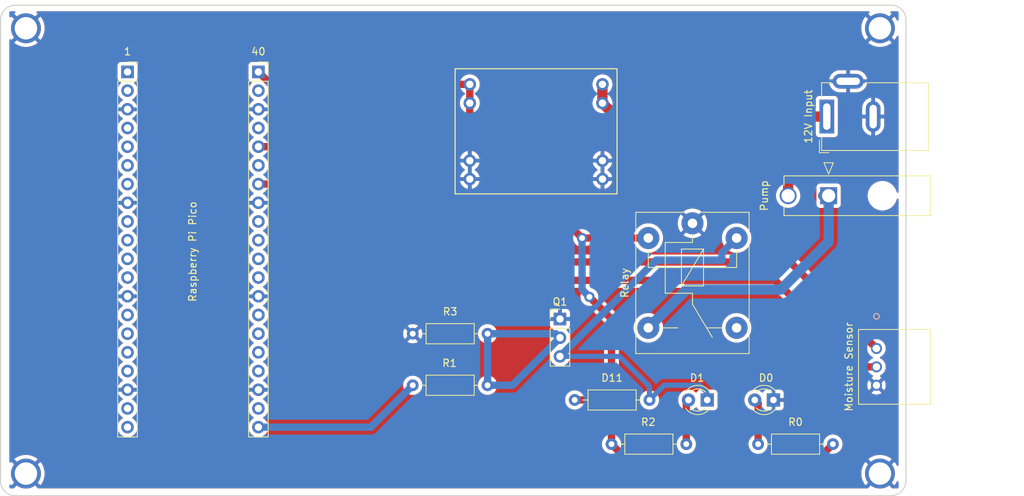
<source format=kicad_pcb>
(kicad_pcb (version 20211014) (generator pcbnew)
  (title_block (title "OPEN SOURCE CARTRIDGE READER") (date "2021-11-15") (rev "V1"))
  (layers (0 "F.Cu" signal) (31 "B.Cu" signal) (34 "B.Paste" user) (35 "F.Paste" user) (36 "B.SilkS" user "B.Silkscreen") (37 "F.SilkS" user "F.Silkscreen") (38 "B.Mask" user) (39 "F.Mask" user) (44 "Edge.Cuts" user))
  (net 0 "")
  (net 1 "GND")
  (net 2 "+3V3")
  (net 3 "+5V")
  (net 4 "GP21")
  (net 5 "GP22")
  (net 6 "ADC2")
  (net 7 "+12V")
  (net 8 "PUMP")
  (net 9 "SIG")
  (net 10 "TRIG")
  (net 11 "LED_PUMP")
  (net 12 "LED_ON")
  (footprint "footprints:S3B-XH-ALFSN" (layer "F.Cu") (at 219 130 -90)
    (fp_text reference "REF**")
    (fp_text value "Moisture Sensor" (at 2.5 3.75 90) (layer "F.SilkS"))
    (fp_text user "*" (at 0 0 90) (layer "F.SilkS"))
    (fp_circle (center -4.357878 0) (end -3.976878 0) (layer "B.SilkS") (width 0.12) (fill none))
    (fp_line (start -2.579878 2.433201) (end 7.580122 2.433201) (layer "F.SilkS") (width 0.12))
    (fp_line (start 7.580122 2.433201) (end 7.580122 -7.327) (layer "F.SilkS") (width 0.12))
    (fp_line (start -2.579878 -7.327) (end -2.579878 2.433201) (layer "F.SilkS") (width 0.12))
    (fp_line (start 7.580122 -7.327) (end -2.579878 -7.327) (layer "F.SilkS") (width 0.12))
    (fp_circle (center -4.357878 0) (end -3.976878 0) (layer "F.SilkS") (width 0.12) (fill none))
    (pad "1" thru_hole circle (at 0 0 270) (size 1.4986 1.4986) (drill 0.9906) (layers *.Cu *.Mask) (net 2 "+3V3"))
    (pad "2" thru_hole circle (at 2.500122 0 270) (size 1.4986 1.4986) (drill 0.9906) (layers *.Cu *.Mask) (net 6 "ADC2"))
    (pad "3" thru_hole circle (at 5.000244 0 270) (size 1.4986 1.4986) (drill 0.9906) (layers *.Cu *.Mask) (net 1 "GND"))
  )
  (footprint "" (layer "F.Cu") (at 163.73 107.24)
    (fp_text reference "" (at 0 0) (layer "F.SilkS") (effects (font (size 1.27 1.27))))
    (fp_text value "" (at 0 0) (layer "F.SilkS") (effects (font (size 1.27 1.27))))
    (pad "OUT-" thru_hole oval (at 0.02 -0.25) (size 1.7 1.7) (drill 1) (layers *.Cu *.Mask) (net 1 "GND"))
  )
  (footprint "" (layer "F.Cu") (at 216.57 147.09)
    (fp_text reference "" (at 0 0) (layer "F.SilkS") (effects (font (size 1.27 1.27))))
    (fp_text value "" (at 0 0) (layer "F.SilkS") (effects (font (size 1.27 1.27))))
    (pad "1" thru_hole circle (at 2.9 -0.09) (size 4.064 4.064) (drill 3.048) (layers *.Cu *.Mask) (net 1 "GND"))
  )
  (footprint "" (layer "F.Cu") (at 103.16 86.5)
    (fp_text reference "" (at 0 0) (layer "F.SilkS") (effects (font (size 1.27 1.27))))
    (fp_text value "" (at 0 0) (layer "F.SilkS") (effects (font (size 1.27 1.27))))
    (pad "1" thru_hole circle locked (at 0.29 0) (size 4.064 4.064) (drill 3.048) (layers *.Cu *.Mask) (net 1 "GND"))
  )
  (footprint "" (layer "F.Cu") (at 181.77 96.67)
    (fp_text reference "" (at 0 0) (layer "F.SilkS") (effects (font (size 1.27 1.27))))
    (fp_text value "" (at 0 0) (layer "F.SilkS") (effects (font (size 1.27 1.27))))
    (pad "IN+" thru_hole oval (at 0 0) (size 1.7 1.7) (drill 1) (layers *.Cu *.Mask) (net 7 "+12V"))
  )
  (footprint "" (layer "F.Cu") (at 163.65 94.2)
    (fp_text reference "" (at 0 0) (layer "F.SilkS") (effects (font (size 1.27 1.27))))
    (fp_text value "" (at 0 0) (layer "F.SilkS") (effects (font (size 1.27 1.27))))
    (pad "OUT+" thru_hole oval (at 0.1 -0.08) (size 1.7 1.7) (drill 1) (layers *.Cu *.Mask) (net 3 "+5V"))
  )
  (footprint "" (layer "F.Cu") (at 102.54 147.46)
    (fp_text reference "" (at 0 0) (layer "F.SilkS") (effects (font (size 1.27 1.27))))
    (fp_text value "" (at 0 0) (layer "F.SilkS") (effects (font (size 1.27 1.27))))
    (pad "1" thru_hole circle (at 0.91 -0.46) (size 4.064 4.064) (drill 3.048) (layers *.Cu *.Mask) (net 1 "GND"))
  )
  (footprint "Resistor_THT:R_Axial_DIN0207_L6.3mm_D2.5mm_P10.16mm_Horizontal" (layer "F.Cu") (at 202.92 143)
    (fp_text reference "R1" hide)
    (fp_text value "1K")
    (fp_line (start 1.81 -1.37) (end 1.81 1.37) (layer "F.SilkS") (width 0.12))
    (fp_line (start 1.81 1.37) (end 8.35 1.37) (layer "F.SilkS") (width 0.12))
    (fp_line (start 1.04 0) (end 1.81 0) (layer "F.SilkS") (width 0.12))
    (fp_line (start 8.35 1.37) (end 8.35 -1.37) (layer "F.SilkS") (width 0.12))
    (fp_line (start 9.12 0) (end 8.35 0) (layer "F.SilkS") (width 0.12))
    (fp_line (start 8.35 -1.37) (end 1.81 -1.37) (layer "F.SilkS") (width 0.12))
    (pad "1" thru_hole circle (at 0 0) (size 1.6 1.6) (drill 0.8) (layers *.Cu *.Mask) (net 12 "LED_ON"))
    (pad "2" thru_hole oval (at 10.16 0) (size 1.6 1.6) (drill 0.8) (layers *.Cu *.Mask) (net 3 "+5V"))
  )
  (footprint "" (layer "F.Cu") (at 181.71 107.31)
    (fp_text reference "" (at 0 0) (layer "F.SilkS") (effects (font (size 1.27 1.27))))
    (fp_text value "" (at 0 0) (layer "F.SilkS") (effects (font (size 1.27 1.27))))
    (pad "IN-" thru_hole oval (at 0.06 -0.32) (size 1.7 1.7) (drill 1) (layers *.Cu *.Mask) (net 1 "GND"))
  )
  (footprint "Connector_PinHeader_2.54mm:PinHeader_1x03_P2.54mm_Vertical" (layer "F.Cu") (at 176 126)
    (fp_text reference "Q1" (at 0 -2.33) (layer "F.SilkS"))
    (fp_text value "PinHeader_1x03_P2.54mm_Vertical")
    (fp_line (start -1.33 1.27) (end -1.33 6.41) (layer "F.SilkS") (width 0.12))
    (fp_line (start 1.33 1.27) (end 1.33 6.41) (layer "F.SilkS") (width 0.12))
    (fp_line (start -1.33 6.41) (end 1.33 6.41) (layer "F.SilkS") (width 0.12))
    (fp_line (start -1.33 0) (end -1.33 -1.33) (layer "F.SilkS") (width 0.12))
    (fp_line (start -1.33 1.27) (end 1.33 1.27) (layer "F.SilkS") (width 0.12))
    (fp_line (start -1.33 -1.33) (end 0 -1.33) (layer "F.SilkS") (width 0.12))
    (pad "B" thru_hole oval (at 0 2.54) (size 1.7 1.7) (drill 1) (layers *.Cu *.Mask) (net 9 "SIG"))
    (pad "C" thru_hole oval (at 0 5.08) (size 1.7 1.7) (drill 1) (layers *.Cu *.Mask) (net 10 "TRIG"))
    (pad "E" thru_hole rect (at 0 0) (size 1.7 1.7) (drill 1) (layers *.Cu *.Mask) (net 1 "GND"))
  )
  (footprint "footprints:1724480002" (layer "F.Cu") (at 212.5 109.25 90)
    (fp_text reference "REF**")
    (fp_text value "Pump" (at 0 -8.75 90) (layer "F.SilkS"))
    (fp_text user "*" (at 0 0 90) (layer "F.SilkS"))
    (fp_line (start 2.699995 13.864999) (end 2.699995 -6.07) (layer "F.SilkS") (width 0.12))
    (fp_line (start -2.699995 13.864999) (end 2.699995 13.864999) (layer "F.SilkS") (width 0.12))
    (fp_line (start -2.699995 -6.07) (end -2.699995 13.864999) (layer "F.SilkS") (width 0.12))
    (fp_line (start 4.477994 -0.635) (end 4.477994 0.635) (layer "F.SilkS") (width 0.12))
    (fp_line (start -1.352278 -6.07) (end -2.699995 -6.07) (layer "F.SilkS") (width 0.12))
    (fp_line (start 4.477994 0.635) (end 2.953995 0) (layer "F.SilkS") (width 0.12))
    (fp_line (start 2.953995 0) (end 4.477994 -0.635) (layer "F.SilkS") (width 0.12))
    (fp_line (start 2.699995 -6.07) (end 1.352278 -6.07) (layer "F.SilkS") (width 0.12))
    (pad "" np_thru_hole circle locked (at 0 7.300001 90) (size 2.999999 2.999999) (drill 2.999999) (layers *.Cu *.Mask))
    (pad "1" thru_hole rect locked (at 0 0 90) (size 2.3 2.3) (drill 1.8) (layers *.Cu *.Mask) (net 8 "PUMP"))
    (pad "2" thru_hole circle locked (at 0 -5.499999 90) (size 2.3 2.3) (drill 1.8) (layers *.Cu *.Mask) (net 7 "+12V"))
  )
  (footprint "Relay_THT:Relay_SPDT_Finder_36.11" (layer "F.Cu") (at 194 113 -90)
    (fp_text reference "Relay" (at 8.1 9.2 90) (layer "F.SilkS"))
    (fp_text value "Relay_SPDT_Finder_36.11")
    (fp_line (start 3.5 -1.5) (end 8.5 -1.5) (layer "F.SilkS") (width 0.12))
    (fp_line (start -1.5 -7.7) (end -1.5 -1.2) (layer "F.SilkS") (width 0.12))
    (fp_line (start 8.5 1.5) (end 3.5 -1.5) (layer "F.SilkS") (width 0.12))
    (fp_line (start 6 -6) (end 3.7 -6) (layer "F.SilkS") (width 0.12))
    (fp_line (start -1.5 -7.7) (end 17.7 -7.7) (layer "F.SilkS") (width 0.12))
    (fp_line (start 9.5 3.7) (end 2.6 3.7) (layer "F.SilkS") (width 0.12))
    (fp_line (start 6 1.5) (end 6 6) (layer "F.SilkS") (width 0.12))
    (fp_line (start 6 -6) (end 6 -1.5) (layer "F.SilkS") (width 0.12))
    (fp_line (start 8.5 -1.5) (end 8.5 1.5) (layer "F.SilkS") (width 0.12))
    (fp_line (start 14.2 -4.3) (end 14.2 -2) (layer "F.SilkS") (width 0.12))
    (fp_line (start 3.7 6) (end 6 6) (layer "F.SilkS") (width 0.12))
    (fp_line (start -1.5 1.2) (end -1.5 7.7) (layer "F.SilkS") (width 0.12))
    (fp_line (start 3.5 1.5) (end 3.5 -1.5) (layer "F.SilkS") (width 0.12))
    (fp_line (start 14.2 4.3) (end 14.2 2) (layer "F.SilkS") (width 0.12))
    (fp_line (start 2.6 0) (end 2.6 3.7) (layer "F.SilkS") (width 0.12))
    (fp_line (start 9.5 0) (end 11 0) (layer "F.SilkS") (width 0.12))
    (fp_line (start 8.5 1.5) (end 3.5 1.5) (layer "F.SilkS") (width 0.12))
    (fp_line (start 11 0) (end 15.5 -2.7) (layer "F.SilkS") (width 0.12))
    (fp_line (start 2.6 0) (end 1.7 0) (layer "F.SilkS") (width 0.12))
    (fp_line (start 17.7 7.7) (end -1.5 7.7) (layer "F.SilkS") (width 0.12))
    (fp_line (start 17.7 -7.7) (end 17.7 7.7) (layer "F.SilkS") (width 0.12))
    (fp_line (start 9.5 0) (end 9.5 3.7) (layer "F.SilkS") (width 0.12))
    (pad "11" thru_hole circle (at 0 0 270) (size 3 3) (drill 1.3) (layers *.Cu *.Mask) (net 1 "GND"))
    (pad "12" thru_hole circle (at 14.2 -6 270) (size 3 3) (drill 1.3) (layers *.Cu *.Mask))
    (pad "14" thru_hole circle (at 14.2 6 270) (size 3 3) (drill 1.3) (layers *.Cu *.Mask) (net 8 "PUMP"))
    (pad "A1" thru_hole circle (at 2 6 270) (size 3 3) (drill 1.3) (layers *.Cu *.Mask) (net 3 "+5V"))
    (pad "A2" thru_hole circle (at 2 -6 270) (size 3 3) (drill 1.3) (layers *.Cu *.Mask) (net 10 "TRIG"))
  )
  (footprint "Connector_BarrelJack:BarrelJack_GCT_DCJ200-10-A_Horizontal" (layer "F.Cu") (at 212.25 98.5 90)
    (fp_text reference "12V Input" (at 0 -2.5 90) (layer "F.SilkS"))
    (fp_text value "BarrelJack_GCT_DCJ200-10-A_Horizontal")
    (fp_line (start -4.6 13.8) (end -4.6 -0.7) (layer "F.SilkS") (width 0.12))
    (fp_line (start 4.6 -0.7) (end 4.6 0.6) (layer "F.SilkS") (width 0.12))
    (fp_line (start 4.6 13.8) (end -4.6 13.8) (layer "F.SilkS") (width 0.12))
    (fp_line (start 4.6 5.2) (end 4.6 13.8) (layer "F.SilkS") (width 0.12))
    (fp_line (start -4.9 -1) (end -4.9 0.3) (layer "F.SilkS") (width 0.12))
    (fp_line (start 2.6 -0.7) (end 4.6 -0.7) (layer "F.SilkS") (width 0.12))
    (fp_line (start -3.2 -1) (end -4.9 -1) (layer "F.SilkS") (width 0.12))
    (fp_line (start -4.6 -0.7) (end -2.6 -0.7) (layer "F.SilkS") (width 0.12))
    (pad "1" thru_hole rect (at 0 0 90) (size 4.6 2) (drill oval 3.6 1) (layers *.Cu *.Mask) (net 7 "+12V"))
    (pad "2" thru_hole oval (at 0 6.3 90) (size 4.2 2) (drill oval 3.2 1) (layers *.Cu *.Mask) (net 1 "GND"))
    (pad "3" thru_hole oval (at 4.8 2.9 90) (size 2 4.2) (drill oval 1 3.2) (layers *.Cu *.Mask) (net 1 "GND"))
  )
  (footprint "Resistor_THT:R_Axial_DIN0207_L6.3mm_D2.5mm_P10.16mm_Horizontal" (layer "F.Cu") (at 156 135)
    (fp_text reference "R1" hide)
    (fp_text value "1K")
    (fp_line (start 1.81 1.37) (end 8.35 1.37) (layer "F.SilkS") (width 0.12))
    (fp_line (start 9.12 0) (end 8.35 0) (layer "F.SilkS") (width 0.12))
    (fp_line (start 1.81 -1.37) (end 1.81 1.37) (layer "F.SilkS") (width 0.12))
    (fp_line (start 1.04 0) (end 1.81 0) (layer "F.SilkS") (width 0.12))
    (fp_line (start 8.35 -1.37) (end 1.81 -1.37) (layer "F.SilkS") (width 0.12))
    (fp_line (start 8.35 1.37) (end 8.35 -1.37) (layer "F.SilkS") (width 0.12))
    (pad "1" thru_hole circle (at 0 0) (size 1.6 1.6) (drill 0.8) (layers *.Cu *.Mask) (net 9 "SIG"))
    (pad "2" thru_hole oval (at 10.16 0) (size 1.6 1.6) (drill 0.8) (layers *.Cu *.Mask) (net 9 "SIG"))
  )
  (footprint "Resistor_THT:R_Axial_DIN0207_L6.3mm_D2.5mm_P10.16mm_Horizontal" (layer "F.Cu") (at 178 137)
    (fp_text reference "R1" hide)
    (fp_text value "1K")
    (fp_line (start 1.81 -1.37) (end 1.81 1.37) (layer "F.SilkS") (width 0.12))
    (fp_line (start 1.04 0) (end 1.81 0) (layer "F.SilkS") (width 0.12))
    (fp_line (start 1.81 1.37) (end 8.35 1.37) (layer "F.SilkS") (width 0.12))
    (fp_line (start 8.35 1.37) (end 8.35 -1.37) (layer "F.SilkS") (width 0.12))
    (fp_line (start 8.35 -1.37) (end 1.81 -1.37) (layer "F.SilkS") (width 0.12))
    (fp_line (start 9.12 0) (end 8.35 0) (layer "F.SilkS") (width 0.12))
    (pad "1" thru_hole circle (at 0 0) (size 1.6 1.6) (drill 0.8) (layers *.Cu *.Mask) (net 3 "+5V"))
    (pad "2" thru_hole oval (at 10.16 0) (size 1.6 1.6) (drill 0.8) (layers *.Cu *.Mask) (net 10 "TRIG"))
  )
  (footprint "Connector_PinSocket_2.54mm:PinSocket_1x20_P2.54mm_Vertical" (layer "F.Cu") (at 135.03 92.43)
    (fp_text reference "40" (at 0 -2.77) (layer "F.SilkS"))
    (fp_text value "PinSocket_1x20_P2.54mm_Vertical")
    (fp_line (start -1.33 49.59) (end 1.33 49.59) (layer "F.SilkS") (width 0.12))
    (fp_line (start -1.33 1.27) (end 1.33 1.27) (layer "F.SilkS") (width 0.12))
    (fp_line (start 0 -1.33) (end 1.33 -1.33) (layer "F.SilkS") (width 0.12))
    (fp_line (start -1.33 1.27) (end -1.33 49.59) (layer "F.SilkS") (width 0.12))
    (fp_line (start 1.33 1.27) (end 1.33 49.59) (layer "F.SilkS") (width 0.12))
    (fp_line (start 1.33 -1.33) (end 1.33 0) (layer "F.SilkS") (width 0.12))
    (pad "1" thru_hole rect (at 0 0) (size 1.7 1.7) (drill 1) (layers *.Cu *.Mask) (net 3 "+5V"))
    (pad "2" thru_hole oval (at 0 2.54) (size 1.7 1.7) (drill 1) (layers *.Cu *.Mask))
    (pad "3" thru_hole oval (at 0 5.08) (size 1.7 1.7) (drill 1) (layers *.Cu *.Mask) (net 1 "GND"))
    (pad "4" thru_hole oval (at 0 7.62) (size 1.7 1.7) (drill 1) (layers *.Cu *.Mask))
    (pad "5" thru_hole oval (at 0 10.16) (size 1.7 1.7) (drill 1) (layers *.Cu *.Mask) (net 2 "+3V3"))
    (pad "6" thru_hole oval (at 0 12.7) (size 1.7 1.7) (drill 1) (layers *.Cu *.Mask))
    (pad "7" thru_hole oval (at 0 15.24) (size 1.7 1.7) (drill 1) (layers *.Cu *.Mask) (net 6 "ADC2"))
    (pad "8" thru_hole oval (at 0 17.78) (size 1.7 1.7) (drill 1) (layers *.Cu *.Mask) (net 1 "GND"))
    (pad "9" thru_hole oval (at 0 20.32) (size 1.7 1.7) (drill 1) (layers *.Cu *.Mask))
    (pad "10" thru_hole oval (at 0 22.86) (size 1.7 1.7) (drill 1) (layers *.Cu *.Mask))
    (pad "11" thru_hole oval (at 0 25.4) (size 1.7 1.7) (drill 1) (layers *.Cu *.Mask))
    (pad "12" thru_hole oval (at 0 27.94) (size 1.7 1.7) (drill 1) (layers *.Cu *.Mask) (net 5 "GP22"))
    (pad "13" thru_hole oval (at 0 30.48) (size 1.7 1.7) (drill 1) (layers *.Cu *.Mask) (net 1 "GND"))
    (pad "14" thru_hole oval (at 0 33.02) (size 1.7 1.7) (drill 1) (layers *.Cu *.Mask) (net 4 "GP21"))
    (pad "15" thru_hole oval (at 0 35.56) (size 1.7 1.7) (drill 1) (layers *.Cu *.Mask))
    (pad "16" thru_hole oval (at 0 38.1) (size 1.7 1.7) (drill 1) (layers *.Cu *.Mask))
    (pad "17" thru_hole oval (at 0 40.64) (size 1.7 1.7) (drill 1) (layers *.Cu *.Mask))
    (pad "18" thru_hole oval (at 0 43.18) (size 1.7 1.7) (drill 1) (layers *.Cu *.Mask) (net 1 "GND"))
    (pad "19" thru_hole oval (at 0 45.72) (size 1.7 1.7) (drill 1) (layers *.Cu *.Mask))
    (pad "20" thru_hole oval (at 0 48.26) (size 1.7 1.7) (drill 1) (layers *.Cu *.Mask) (net 9 "SIG"))
  )
  (footprint "" (layer "F.Cu") (at 181.77 94.12)
    (fp_text reference "" (at 0 0) (layer "F.SilkS") (effects (font (size 1.27 1.27))))
    (fp_text value "" (at 0 0) (layer "F.SilkS") (effects (font (size 1.27 1.27))))
    (pad "IN+" thru_hole oval (at 0 0) (size 1.7 1.7) (drill 1) (layers *.Cu *.Mask) (net 7 "+12V"))
  )
  (footprint "LED_THT:LED_D3.0mm" (layer "F.Cu") (at 205 137 180)
    (fp_text reference "D1")
    (fp_text value "LED" hide)
    (fp_line (start -0.29 -1.236) (end -0.29 -1.08) (layer "F.SilkS") (width 0.12))
    (fp_line (start -0.29 1.08) (end -0.29 1.236) (layer "F.SilkS") (width 0.12))
    (fp_arc (start -0.29 -1.235516) (mid 1.366487 -1.987659) (end 2.942335 -1.078608) (layer "F.SilkS") (width 0.12))
    (fp_arc (start 0.229039 -1.08) (mid 1.270117 -1.5) (end 2.31113 -1.079837) (layer "F.SilkS") (width 0.12))
    (fp_arc (start 2.942335 1.078608) (mid 1.366487 1.987659) (end -0.29 1.235516) (layer "F.SilkS") (width 0.12))
    (fp_arc (start 2.31113 1.079837) (mid 1.270117 1.5) (end 0.229039 1.08) (layer "F.SilkS") (width 0.12))
    (pad "A" thru_hole circle (at 2.54 0 180) (size 1.8 1.8) (drill 0.9) (layers *.Cu *.Mask) (net 12 "LED_ON"))
    (pad "C" thru_hole rect (at 0 0 180) (size 1.8 1.8) (drill 0.9) (layers *.Cu *.Mask) (net 1 "GND"))
  )
  (footprint "Connector_PinSocket_2.54mm:PinSocket_1x20_P2.54mm_Vertical" (layer "F.Cu") (at 117.25 92.43)
    (fp_text reference "1" (at 0 -2.77) (layer "F.SilkS"))
    (fp_text value "PinSocket_1x20_P2.54mm_Vertical")
    (fp_line (start 0 -1.33) (end 1.33 -1.33) (layer "F.SilkS") (width 0.12))
    (fp_line (start -1.33 49.59) (end 1.33 49.59) (layer "F.SilkS") (width 0.12))
    (fp_line (start 1.33 1.27) (end 1.33 49.59) (layer "F.SilkS") (width 0.12))
    (fp_line (start -1.33 1.27) (end -1.33 49.59) (layer "F.SilkS") (width 0.12))
    (fp_line (start -1.33 1.27) (end 1.33 1.27) (layer "F.SilkS") (width 0.12))
    (fp_line (start 1.33 -1.33) (end 1.33 0) (layer "F.SilkS") (width 0.12))
    (pad "1" thru_hole rect (at 0 0) (size 1.7 1.7) (drill 1) (layers *.Cu *.Mask))
    (pad "2" thru_hole oval (at 0 2.54) (size 1.7 1.7) (drill 1) (layers *.Cu *.Mask))
    (pad "3" thru_hole oval (at 0 5.08) (size 1.7 1.7) (drill 1) (layers *.Cu *.Mask) (net 1 "GND"))
    (pad "4" thru_hole oval (at 0 7.62) (size 1.7 1.7) (drill 1) (layers *.Cu *.Mask))
    (pad "5" thru_hole oval (at 0 10.16) (size 1.7 1.7) (drill 1) (layers *.Cu *.Mask))
    (pad "6" thru_hole oval (at 0 12.7) (size 1.7 1.7) (drill 1) (layers *.Cu *.Mask))
    (pad "7" thru_hole oval (at 0 15.24) (size 1.7 1.7) (drill 1) (layers *.Cu *.Mask))
    (pad "8" thru_hole oval (at 0 17.78) (size 1.7 1.7) (drill 1) (layers *.Cu *.Mask) (net 1 "GND"))
    (pad "9" thru_hole oval (at 0 20.32) (size 1.7 1.7) (drill 1) (layers *.Cu *.Mask))
    (pad "10" thru_hole oval (at 0 22.86) (size 1.7 1.7) (drill 1) (layers *.Cu *.Mask))
    (pad "11" thru_hole oval (at 0 25.4) (size 1.7 1.7) (drill 1) (layers *.Cu *.Mask))
    (pad "12" thru_hole oval (at 0 27.94) (size 1.7 1.7) (drill 1) (layers *.Cu *.Mask))
    (pad "13" thru_hole oval (at 0 30.48) (size 1.7 1.7) (drill 1) (layers *.Cu *.Mask) (net 1 "GND"))
    (pad "14" thru_hole oval (at 0 33.02) (size 1.7 1.7) (drill 1) (layers *.Cu *.Mask))
    (pad "15" thru_hole oval (at 0 35.56) (size 1.7 1.7) (drill 1) (layers *.Cu *.Mask))
    (pad "16" thru_hole oval (at 0 38.1) (size 1.7 1.7) (drill 1) (layers *.Cu *.Mask))
    (pad "17" thru_hole oval (at 0 40.64) (size 1.7 1.7) (drill 1) (layers *.Cu *.Mask))
    (pad "18" thru_hole oval (at 0 43.18) (size 1.7 1.7) (drill 1) (layers *.Cu *.Mask) (net 1 "GND"))
    (pad "19" thru_hole oval (at 0 45.72) (size 1.7 1.7) (drill 1) (layers *.Cu *.Mask))
    (pad "20" thru_hole oval (at 0 48.26) (size 1.7 1.7) (drill 1) (layers *.Cu *.Mask))
  )
  (footprint "" (layer "F.Cu") (at 163.73 96.75)
    (fp_text reference "" (at 0 0) (layer "F.SilkS") (effects (font (size 1.27 1.27))))
    (fp_text value "" (at 0 0) (layer "F.SilkS") (effects (font (size 1.27 1.27))))
    (pad "OUT+" thru_hole oval (at 0.02 -0.08) (size 1.7 1.7) (drill 1) (layers *.Cu *.Mask) (net 3 "+5V"))
  )
  (footprint "" (layer "F.Cu") (at 181.71 104.76)
    (fp_text reference "" (at 0 0) (layer "F.SilkS") (effects (font (size 1.27 1.27))))
    (fp_text value "" (at 0 0) (layer "F.SilkS") (effects (font (size 1.27 1.27))))
    (pad "IN-" thru_hole oval (at 0.06 -0.27) (size 1.7 1.7) (drill 1) (layers *.Cu *.Mask) (net 1 "GND"))
  )
  (footprint "Resistor_THT:R_Axial_DIN0207_L6.3mm_D2.5mm_P10.16mm_Horizontal" (layer "F.Cu") (at 183 143)
    (fp_text reference "R1" hide)
    (fp_text value "1K")
    (fp_line (start 8.35 1.37) (end 8.35 -1.37) (layer "F.SilkS") (width 0.12))
    (fp_line (start 1.04 0) (end 1.81 0) (layer "F.SilkS") (width 0.12))
    (fp_line (start 8.35 -1.37) (end 1.81 -1.37) (layer "F.SilkS") (width 0.12))
    (fp_line (start 1.81 1.37) (end 8.35 1.37) (layer "F.SilkS") (width 0.12))
    (fp_line (start 1.81 -1.37) (end 1.81 1.37) (layer "F.SilkS") (width 0.12))
    (fp_line (start 9.12 0) (end 8.35 0) (layer "F.SilkS") (width 0.12))
    (pad "1" thru_hole circle (at 0 0) (size 1.6 1.6) (drill 0.8) (layers *.Cu *.Mask) (net 3 "+5V"))
    (pad "2" thru_hole oval (at 10.16 0) (size 1.6 1.6) (drill 0.8) (layers *.Cu *.Mask) (net 11 "LED_PUMP"))
  )
  (footprint "LED_THT:LED_D3.0mm" (layer "F.Cu") (at 196 137 180)
    (fp_text reference "D1")
    (fp_text value "LED" hide)
    (fp_line (start -0.29 1.08) (end -0.29 1.236) (layer "F.SilkS") (width 0.12))
    (fp_line (start -0.29 -1.236) (end -0.29 -1.08) (layer "F.SilkS") (width 0.12))
    (fp_arc (start 0.229039 -1.08) (mid 1.270117 -1.5) (end 2.31113 -1.079837) (layer "F.SilkS") (width 0.12))
    (fp_arc (start 2.31113 1.079837) (mid 1.270117 1.5) (end 0.229039 1.08) (layer "F.SilkS") (width 0.12))
    (fp_arc (start -0.29 -1.235516) (mid 1.366487 -1.987659) (end 2.942335 -1.078608) (layer "F.SilkS") (width 0.12))
    (fp_arc (start 2.942335 1.078608) (mid 1.366487 1.987659) (end -0.29 1.235516) (layer "F.SilkS") (width 0.12))
    (pad "A" thru_hole circle (at 2.54 0 180) (size 1.8 1.8) (drill 0.9) (layers *.Cu *.Mask) (net 11 "LED_PUMP"))
    (pad "C" thru_hole rect (at 0 0 180) (size 1.8 1.8) (drill 0.9) (layers *.Cu *.Mask) (net 10 "TRIG"))
  )
  (footprint "" (layer "F.Cu") (at 216.48 86.5)
    (fp_text reference "" (at 0 0) (layer "F.SilkS") (effects (font (size 1.27 1.27))))
    (fp_text value "" (at 0 0) (layer "F.SilkS") (effects (font (size 1.27 1.27))))
    (pad "1" thru_hole circle (at 2.99 0) (size 4.064 4.064) (drill 3.048) (layers *.Cu *.Mask) (net 1 "GND"))
  )
  (footprint "" (layer "F.Cu") (at 163.73 104.69)
    (fp_text reference "" (at 0 0) (layer "F.SilkS") (effects (font (size 1.27 1.27))))
    (fp_text value "" (at 0 0) (layer "F.SilkS") (effects (font (size 1.27 1.27))))
    (pad "OUT-" thru_hole oval (at 0.02 -0.2) (size 1.7 1.7) (drill 1) (layers *.Cu *.Mask) (net 1 "GND"))
  )
  (footprint "Resistor_THT:R_Axial_DIN0207_L6.3mm_D2.5mm_P10.16mm_Horizontal" (layer "F.Cu") (at 156 128)
    (fp_text reference "R1" hide)
    (fp_text value "1K")
    (fp_line (start 1.81 -1.37) (end 1.81 1.37) (layer "F.SilkS") (width 0.12))
    (fp_line (start 8.35 -1.37) (end 1.81 -1.37) (layer "F.SilkS") (width 0.12))
    (fp_line (start 1.04 0) (end 1.81 0) (layer "F.SilkS") (width 0.12))
    (fp_line (start 9.12 0) (end 8.35 0) (layer "F.SilkS") (width 0.12))
    (fp_line (start 8.35 1.37) (end 8.35 -1.37) (layer "F.SilkS") (width 0.12))
    (fp_line (start 1.81 1.37) (end 8.35 1.37) (layer "F.SilkS") (width 0.12))
    (pad "1" thru_hole circle (at 0 0) (size 1.6 1.6) (drill 0.8) (layers *.Cu *.Mask) (net 1 "GND"))
    (pad "2" thru_hole oval (at 10.16 0) (size 1.6 1.6) (drill 0.8) (layers *.Cu *.Mask) (net 9 "SIG"))
  )
  (gr_line (start 161.75 92) (end 183.75 92) (layer "F.SilkS") (width 0.15))
  (gr_line (start 161.75 109) (end 161.75 92) (layer "F.SilkS") (width 0.15))
  (gr_line (start 183.75 92) (end 183.75 109) (layer "F.SilkS") (width 0.15))
  (gr_line (start 183.75 109) (end 161.75 109) (layer "F.SilkS") (width 0.15))
  (gr_arc (start 102 150) (mid 100.585786 149.414214) (end 100 148) (layer "Edge.Cuts") (width 0.15))
  (gr_line (start 223 147.912893) (end 223 85.287107) (layer "Edge.Cuts") (width 0.15))
  (gr_line (start 102 83.374214) (end 221 83.374214) (layer "Edge.Cuts") (width 0.15))
  (gr_arc (start 223 147.912893) (mid 222.432254 149.37066) (end 221 150) (layer "Edge.Cuts") (width 0.15))
  (gr_arc (start 221 83.374214) (mid 222.396173 83.916447) (end 223 85.287107) (layer "Edge.Cuts") (width 0.15))
  (gr_arc (start 100 85.374214) (mid 100.585786 83.96) (end 102 83.374214) (layer "Edge.Cuts") (width 0.15))
  (gr_line (start 102 150) (end 221 150) (layer "Edge.Cuts") (width 0.15))
  (gr_line (start 100 148) (end 100 85.374214) (layer "Edge.Cuts") (width 0.15))
  (gr_text "D11" (at 183.08 134) (layer "F.SilkS") (effects (font (size 1 1))))
  (gr_text "R2" (at 188 140) (layer "F.SilkS") (effects (font (size 1 1))))
  (gr_text "D0" (at 204 134) (layer "F.SilkS") (effects (font (size 1 1))))
  (gr_text "R1" (at 161 132) (layer "F.SilkS") (effects (font (size 1 1))))
  (gr_text "Raspberry Pi Pico" (at 126.1 116.85 -270) (layer "F.SilkS") (effects (font (size 1 1))))
  (gr_text "R0" (at 208 140) (layer "F.SilkS") (effects (font (size 1 1))))
  (gr_text "D1" (at 194.633513 134) (layer "F.SilkS") (effects (font (size 1 1))))
  (gr_text "R3" (at 161.08 125) (layer "F.SilkS") (effects (font (size 1 1))))
  (segment (start 152.25 118.25) (end 207.25 118.25) (width 1) (layer "F.Cu") (net 2))
  (segment (start 135.03 102.59) (end 136.59 102.59) (width 1) (layer "F.Cu") (net 2))
  (segment (start 136.59 102.59) (end 152.25 118.25) (width 1) (layer "F.Cu") (net 2))
  (segment (start 207.25 118.25) (end 219 130) (width 1) (layer "F.Cu") (net 2))
  (segment (start 163.75 96.67) (end 163.75 99.75) (width 1) (layer "F.Cu") (net 3))
  (segment (start 179 115) (end 188 115) (width 1) (layer "F.Cu") (net 3))
  (segment (start 136.72 94.12) (end 163.75 94.12) (width 1) (layer "F.Cu") (net 3))
  (segment (start 183 137) (end 183 143) (width 1) (layer "F.Cu") (net 3))
  (segment (start 185 145) (end 211.08 145) (width 1) (layer "F.Cu") (net 3))
  (segment (start 183 143) (end 185 145) (width 1) (layer "F.Cu") (net 3))
  (segment (start 163.75 94.12) (end 163.75 96.67) (width 1) (layer "F.Cu") (net 3))
  (segment (start 183 126) (end 183 137) (width 1) (layer "F.Cu") (net 3))
  (segment (start 135.03 92.43) (end 136.72 94.12) (width 1) (layer "F.Cu") (net 3))
  (segment (start 180 123) (end 183 126) (width 1) (layer "F.Cu") (net 3))
  (segment (start 211.08 145) (end 213.08 143) (width 1) (layer "F.Cu") (net 3))
  (segment (start 163.75 99.75) (end 179 115) (width 1) (layer "F.Cu") (net 3))
  (segment (start 178 137) (end 183 137) (width 1) (layer "F.Cu") (net 3))
  (via (at 180 123) (size 1.4) (drill 0.8) (layers "F.Cu" "B.Cu") (net 3))
  (via (at 179 115) (size 1.4) (drill 0.8) (layers "F.Cu" "B.Cu") (net 3))
  (segment (start 179 122) (end 180 123) (width 1) (layer "B.Cu") (net 3))
  (segment (start 179 115) (end 179 122) (width 1) (layer "B.Cu") (net 3))
  (segment (start 137.67 107.67) (end 135.03 107.67) (width 1) (layer "F.Cu") (net 6))
  (segment (start 205.25 120.750122) (end 217 132.500122) (width 1) (layer "F.Cu") (net 6))
  (segment (start 150.750122 120.750122) (end 205.25 120.750122) (width 1) (layer "F.Cu") (net 6))
  (segment (start 217 132.500122) (end 219 132.500122) (width 1) (layer "F.Cu") (net 6))
  (segment (start 150.750122 120.750122) (end 137.67 107.67) (width 1) (layer "F.Cu") (net 6))
  (segment (start 186.099999 100.999999) (end 181.77 96.67) (width 1.4) (layer "F.Cu") (net 7))
  (segment (start 207.000001 100.999999) (end 209.5 98.5) (width 1.4) (layer "F.Cu") (net 7))
  (segment (start 209.5 98.5) (end 212.25 98.5) (width 1.4) (layer "F.Cu") (net 7))
  (segment (start 181.77 96.67) (end 181.77 94.12) (width 1.4) (layer "F.Cu") (net 7))
  (segment (start 207.000001 100.999999) (end 186.099999 100.999999) (width 1.4) (layer "F.Cu") (net 7))
  (segment (start 207.000001 109.25) (end 207.000001 100.999999) (width 1.4) (layer "F.Cu") (net 7))
  (segment (start 212.5 115.5) (end 212.5 109.25) (width 1.4) (layer "B.Cu") (net 8))
  (segment (start 211.75 109.25) (end 212.5 109.25) (width 1.4) (layer "B.Cu") (net 8))
  (segment (start 193.2 122) (end 206 122) (width 1.4) (layer "B.Cu") (net 8))
  (segment (start 206 122) (end 212.5 115.5) (width 1.4) (layer "B.Cu") (net 8))
  (segment (start 188 127.2) (end 193.2 122) (width 1.4) (layer "B.Cu") (net 8))
  (segment (start 166.16 135) (end 169.54 135) (width 1) (layer "B.Cu") (net 9))
  (segment (start 166.16 128) (end 166.16 135) (width 1) (layer "B.Cu") (net 9))
  (segment (start 169.54 135) (end 176 128.54) (width 1) (layer "B.Cu") (net 9))
  (segment (start 150.31 140.69) (end 156 135) (width 1) (layer "B.Cu") (net 9))
  (segment (start 175.46 128) (end 176 128.54) (width 0.4) (layer "B.Cu") (net 9))
  (segment (start 166.16 128) (end 175.46 128) (width 1) (layer "B.Cu") (net 9))
  (segment (start 135.03 140.69) (end 150.31 140.69) (width 1) (layer "B.Cu") (net 9))
  (segment (start 190.16 135) (end 195 135) (width 0.7) (layer "B.Cu") (net 10))
  (segment (start 196 136) (end 196 137) (width 0.4) (layer "B.Cu") (net 10))
  (segment (start 188.16 137) (end 190.16 135) (width 0.7) (layer "B.Cu") (net 10))
  (segment (start 176 131.08) (end 189.08 118) (width 1) (layer "B.Cu") (net 10))
  (segment (start 198 118) (end 198 117) (width 1) (layer "B.Cu") (net 10))
  (segment (start 188.16 135.16) (end 184.08 131.08) (width 0.7) (layer "B.Cu") (net 10))
  (segment (start 198 117) (end 200 115) (width 1) (layer "B.Cu") (net 10))
  (segment (start 189.08 118) (end 198 118) (width 1) (layer "B.Cu") (net 10))
  (segment (start 184.08 131.08) (end 176 131.08) (width 0.7) (layer "B.Cu") (net 10))
  (segment (start 188.16 137) (end 188.16 135.16) (width 0.7) (layer "B.Cu") (net 10))
  (segment (start 195 135) (end 196 136) (width 0.7) (layer "B.Cu") (net 10))
  (segment (start 193.16 137.3) (end 193.46 137) (width 1) (layer "F.Cu") (net 11))
  (segment (start 193.16 143) (end 193.16 137.3) (width 1) (layer "F.Cu") (net 11))
  (segment (start 202.92 143) (end 202.92 137.46) (width 1) (layer "F.Cu") (net 12))
  (segment (start 202.92 137.46) (end 202.46 137) (width 1) (layer "F.Cu") (net 12))
  (zone (net 1) (net_name "GND") (layer "F.Cu") (connect_pads (clearance 0.508)) (min_thickness 0.254) (fill yes (thermal_gap 0.508) (thermal_bridge_width 0.508))
    (polygon (pts (xy 222 149) (xy 101.2 149) (xy 101.2 84.2) (xy 222 84.2)))
  )
  (zone (net 1) (net_name "GND") (layer "B.Cu") (connect_pads (clearance 0.508)) (min_thickness 0.254) (fill yes (thermal_gap 0.508) (thermal_bridge_width 0.508))
    (polygon (pts (xy 222 149) (xy 101.2 149) (xy 101.2 84.2) (xy 222 84.2)))
  )
)
</source>
